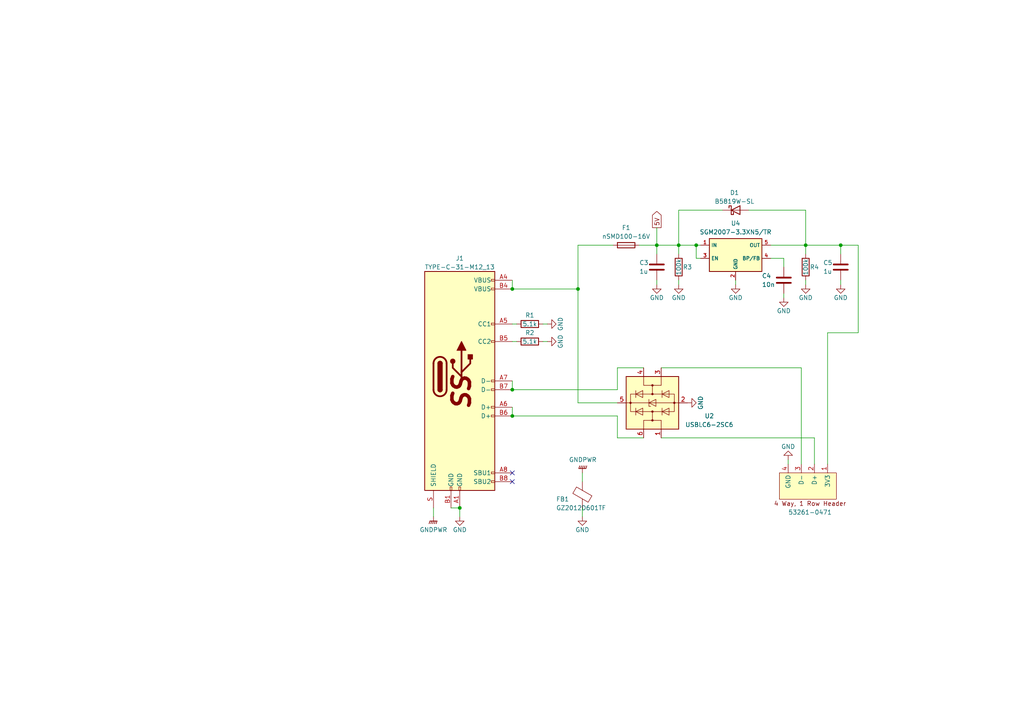
<source format=kicad_sch>
(kicad_sch (version 20230121) (generator eeschema)
  (paper "A4")
  (lib_symbols
    (symbol "Device:C" (pin_numbers hide) (pin_names (offset 0.254))
      (property "Reference" "C" (at 0.635 2.54 0))
      (property "Value" "C" (at 0.635 -2.54 0))
      (symbol "C_0_1"
        (polyline (pts (xy -2.032 -0.762) (xy 2.032 -0.762)) (stroke (width 0.508)))
        (polyline (pts (xy -2.032 0.762) (xy 2.032 0.762)) (stroke (width 0.508)))
      )
      (symbol "C_1_1"
        (pin passive line (at 0 3.81 270) (length 2.794) (name "~") (number "1"))
        (pin passive line (at 0 -3.81 90) (length 2.794) (name "~") (number "2"))
      )
    )
    (symbol "Device:D_Schottky" (pin_numbers hide) (pin_names (offset 1.016) hide)
      (property "Reference" "D" (at 0 2.54 0))
      (property "Value" "D_Schottky" (at 0 -2.54 0))
      (symbol "D_Schottky_0_1"
        (polyline (pts (xy 1.27 0) (xy -1.27 0)))
        (polyline (pts (xy 1.27 1.27) (xy 1.27 -1.27) (xy -1.27 0) (xy 1.27 1.27)) (stroke (width 0.254)))
        (polyline (pts (xy -1.905 0.635) (xy -1.905 1.27) (xy -1.27 1.27) (xy -1.27 -1.27) (xy -0.635 -1.27) (xy -0.635 -0.635)) (stroke (width 0.254)))
      )
      (symbol "D_Schottky_1_1"
        (pin passive line (at -3.81 0 0) (length 2.54) (name "K") (number "1"))
        (pin passive line (at 3.81 0 180) (length 2.54) (name "A") (number "2"))
      )
    )
    (symbol "Device:FerriteBead" (pin_numbers hide) (pin_names (offset 0))
      (property "Reference" "FB" (at -3.81 0.635 90))
      (property "Value" "FerriteBead" (at 3.81 0 90))
      (symbol "FerriteBead_0_1"
        (polyline (pts (xy 0 -1.27) (xy 0 -1.2192)))
        (polyline (pts (xy 0 1.27) (xy 0 1.2954)))
        (polyline (pts (xy -2.7686 0.4064) (xy -1.7018 2.2606) (xy 2.7686 -0.3048) (xy 1.6764 -2.159) (xy -2.7686 0.4064)))
      )
      (symbol "FerriteBead_1_1"
        (pin passive line (at 0 3.81 270) (length 2.54) (name "~") (number "1"))
        (pin passive line (at 0 -3.81 90) (length 2.54) (name "~") (number "2"))
      )
    )
    (symbol "Device:Fuse" (pin_numbers hide) (pin_names (offset 0))
      (property "Reference" "F" (at 2.032 0 90))
      (property "Value" "Fuse" (at -1.905 0 90))
      (symbol "Fuse_0_1"
        (rectangle (start -0.762 -2.54) (end 0.762 2.54) (stroke (width 0.254)))
        (polyline (pts (xy 0 2.54) (xy 0 -2.54)))
      )
      (symbol "Fuse_1_1"
        (pin passive line (at 0 3.81 270) (length 1.27) (name "~") (number "1"))
        (pin passive line (at 0 -3.81 90) (length 1.27) (name "~") (number "2"))
      )
    )
    (symbol "Device:R" (pin_numbers hide) (pin_names (offset 0))
      (property "Reference" "R" (at 2.032 0 90))
      (property "Value" "R" (at 0 0 90))
      (symbol "R_0_1"
        (rectangle (start -1.016 -2.54) (end 1.016 2.54) (stroke (width 0.254)))
      )
      (symbol "R_1_1"
        (pin passive line (at 0 3.81 270) (length 1.27) (name "~") (number "1"))
        (pin passive line (at 0 -3.81 90) (length 1.27) (name "~") (number "2"))
      )
    )
    (symbol "Power_Protection:USBLC6-2SC6" (pin_names hide)
      (property "Reference" "U" (at 2.54 8.89 0))
      (property "Value" "USBLC6-2SC6" (at 2.54 -8.89 0))
      (symbol "USBLC6-2SC6_0_1"
        (rectangle (start -7.62 -7.62) (end 7.62 7.62) (stroke (width 0.254)) (fill (type background)))
        (circle (center -5.08 0) (radius 0.254) (fill (type outline)))
        (circle (center -2.54 0) (radius 0.254) (fill (type outline)))
        (rectangle (start -2.54 6.35) (end 2.54 -6.35))
        (circle (center 0 -6.35) (radius 0.254) (fill (type outline)))
        (polyline (pts (xy -5.08 -2.54) (xy -7.62 -2.54)))
        (polyline (pts (xy -5.08 0) (xy -5.08 -2.54)))
        (polyline (pts (xy -5.08 2.54) (xy -7.62 2.54)))
        (polyline (pts (xy -1.524 -2.794) (xy -3.556 -2.794)))
        (polyline (pts (xy -1.524 4.826) (xy -3.556 4.826)))
        (polyline (pts (xy 0 -7.62) (xy 0 -6.35)))
        (polyline (pts (xy 0 -6.35) (xy 0 1.27)))
        (polyline (pts (xy 0 1.27) (xy 0 6.35)))
        (polyline (pts (xy 0 6.35) (xy 0 7.62)))
        (polyline (pts (xy 1.524 -2.794) (xy 3.556 -2.794)))
        (polyline (pts (xy 1.524 4.826) (xy 3.556 4.826)))
        (polyline (pts (xy 5.08 -2.54) (xy 7.62 -2.54)))
        (polyline (pts (xy 5.08 0) (xy 5.08 -2.54)))
        (polyline (pts (xy 5.08 2.54) (xy 7.62 2.54)))
        (polyline (pts (xy -2.54 0) (xy -5.08 0) (xy -5.08 2.54)))
        (polyline (pts (xy 2.54 0) (xy 5.08 0) (xy 5.08 2.54)))
        (polyline (pts (xy -3.556 -4.826) (xy -1.524 -4.826) (xy -2.54 -2.794) (xy -3.556 -4.826)))
        (polyline (pts (xy -3.556 2.794) (xy -1.524 2.794) (xy -2.54 4.826) (xy -3.556 2.794)))
        (polyline (pts (xy -1.016 -1.016) (xy 1.016 -1.016) (xy 0 1.016) (xy -1.016 -1.016)))
        (polyline (pts (xy 1.016 1.016) (xy 0.762 1.016) (xy -1.016 1.016) (xy -1.016 0.508)))
        (polyline (pts (xy 3.556 -4.826) (xy 1.524 -4.826) (xy 2.54 -2.794) (xy 3.556 -4.826)))
        (polyline (pts (xy 3.556 2.794) (xy 1.524 2.794) (xy 2.54 4.826) (xy 3.556 2.794)))
        (circle (center 0 6.35) (radius 0.254) (fill (type outline)))
        (circle (center 2.54 0) (radius 0.254) (fill (type outline)))
        (circle (center 5.08 0) (radius 0.254) (fill (type outline)))
      )
      (symbol "USBLC6-2SC6_1_1"
        (pin passive line (at -10.16 -2.54 0) (length 2.54) (name "I/O1") (number "1"))
        (pin passive line (at 0 -10.16 90) (length 2.54) (name "GND") (number "2"))
        (pin passive line (at 10.16 -2.54 180) (length 2.54) (name "I/O2") (number "3"))
        (pin passive line (at 10.16 2.54 180) (length 2.54) (name "I/O2") (number "4"))
        (pin passive line (at 0 10.16 270) (length 2.54) (name "VBUS") (number "5"))
        (pin passive line (at -10.16 2.54 0) (length 2.54) (name "I/O1") (number "6"))
      )
    )
    (symbol "acheron_Symbols:SGM2036"
      (property "Reference" "U" (at 0 10.16 0))
      (property "Value" "SGM2036" (at 0 7.62 0))
      (symbol "SGM2036_0_1"
        (rectangle (start -7.62 4.445) (end 7.62 -5.08) (stroke (width 0.254)) (fill (type background)))
      )
      (symbol "SGM2036_1_1"
        (pin power_in line (at -10.16 2.54 0) (length 2.54) (name "IN") (number "1"))
        (pin power_in line (at 0 -7.62 90) (length 2.54) (name "GND") (number "2"))
        (pin input line (at -10.16 -1.27 0) (length 2.54) (name "EN") (number "3"))
        (pin passive line (at 10.16 -1.27 180) (length 2.54) (name "BP/FB") (number "4"))
        (pin power_out line (at 10.16 2.54 180) (length 2.54) (name "OUT") (number "5"))
      )
    )
    (symbol "acheron_Symbols:TYPE-C-31-M12_13" (pin_names (offset 1.016))
      (property "Reference" "J" (at -1.27 35.56 0))
      (property "Value" "TYPE-C-31-M12_13" (at 10.16 33.02 0))
      (symbol "TYPE-C-31-M12_13_0_0"
        (rectangle (start -0.254 -31.75) (end 0.254 -30.734))
        (rectangle (start 10.16 -28.956) (end 9.144 -29.464))
        (rectangle (start 10.16 -26.416) (end 9.144 -26.924))
        (rectangle (start 10.16 -9.906) (end 9.144 -10.414))
        (rectangle (start 10.16 -7.366) (end 9.144 -7.874))
        (rectangle (start 10.16 -2.286) (end 9.144 -2.794))
        (rectangle (start 10.16 0.254) (end 9.144 -0.254))
        (rectangle (start 10.16 11.684) (end 9.144 11.176))
        (rectangle (start 10.16 16.764) (end 9.144 16.256))
        (rectangle (start 10.16 29.464) (end 9.144 28.956))
        (text "SS" (at 0.508 -3.175 900) (effects (font (size 5.08 5.08) bold italic)))
      )
      (symbol "TYPE-C-31-M12_13_0_1"
        (rectangle (start -10.16 31.75) (end 10.16 -31.75) (stroke (width 0.254)) (fill (type background)))
        (arc (start -7.62 -2.54) (mid -5.715 -4.4367) (end -3.81 -2.54) (stroke (width 0.508)))
        (arc (start -6.35 -2.54) (mid -5.715 -3.1723) (end -5.08 -2.54) (stroke (width 0.254)))
        (arc (start -6.35 -2.54) (mid -5.715 -3.1723) (end -5.08 -2.54) (stroke (width 0.254)) (fill (type outline)))
        (rectangle (start -6.35 -2.54) (end -5.08 5.08) (stroke (width 0.254)) (fill (type outline)))
        (arc (start -5.08 5.08) (mid -5.715 5.7123) (end -6.35 5.08) (stroke (width 0.254)))
        (arc (start -5.08 5.08) (mid -5.715 5.7123) (end -6.35 5.08) (stroke (width 0.254)) (fill (type outline)))
        (arc (start -3.81 5.08) (mid -5.715 6.9767) (end -7.62 5.08) (stroke (width 0.508)))
        (circle (center -2.032 5.715) (radius 0.635) (stroke (width 0.254)) (fill (type outline)))
        (polyline (pts (xy -7.62 -2.54) (xy -7.62 5.08)) (stroke (width 0.508)))
        (polyline (pts (xy -3.81 5.08) (xy -3.81 -2.54)) (stroke (width 0.508)))
        (polyline (pts (xy 0.508 0) (xy 0.508 8.89)) (stroke (width 0.508)))
        (polyline (pts (xy 0.508 1.27) (xy -2.032 3.81) (xy -2.032 5.08)) (stroke (width 0.508)))
        (polyline (pts (xy 0.508 2.54) (xy 3.048 5.08) (xy 3.048 6.35)) (stroke (width 0.508)))
        (polyline (pts (xy -0.762 8.89) (xy 0.508 11.43) (xy 1.778 8.89) (xy -0.762 8.89)) (stroke (width 0.254)) (fill (type outline)))
        (rectangle (start 2.413 6.35) (end 3.683 7.62) (stroke (width 0.254)) (fill (type outline)))
      )
      (symbol "TYPE-C-31-M12_13_1_1"
        (rectangle (start -2.794 -31.75) (end -2.286 -30.734))
        (rectangle (start 10.16 26.924) (end 9.144 26.416))
        (pin power_out line (at 0 -36.83 90) (length 5.08) (name "GND") (number "A1"))
        (pin power_out line (at 15.24 29.21 180) (length 5.08) (name "VBUS") (number "A4"))
        (pin bidirectional line (at 15.24 16.51 180) (length 5.08) (name "CC1") (number "A5"))
        (pin bidirectional line (at 15.24 -7.62 180) (length 5.08) (name "D+") (number "A6"))
        (pin bidirectional line (at 15.24 0 180) (length 5.08) (name "D-") (number "A7"))
        (pin bidirectional line (at 15.24 -26.67 180) (length 5.08) (name "SBU1") (number "A8"))
        (pin power_out line (at -2.54 -36.83 90) (length 5.08) (name "GND") (number "B1"))
        (pin power_out line (at 15.24 26.67 180) (length 5.08) (name "VBUS") (number "B4"))
        (pin bidirectional line (at 15.24 11.43 180) (length 5.08) (name "CC2") (number "B5"))
        (pin bidirectional line (at 15.24 -10.16 180) (length 5.08) (name "D+") (number "B6"))
        (pin bidirectional line (at 15.24 -2.54 180) (length 5.08) (name "D-") (number "B7"))
        (pin bidirectional line (at 15.24 -29.21 180) (length 5.08) (name "SBU2") (number "B8"))
        (pin passive line (at -7.62 -36.83 90) (length 5.08) (name "SHIELD") (number "S"))
      )
    )
    (symbol "legshark_symbols:Header_4_Way,_1_Row"
      (property "Value" "53261-0471" (at 7.62 0 90))
      (symbol "Header_4_Way,_1_Row_1_1"
        (rectangle (start -3.81 7.62) (end 3.81 -8.89) (fill (type background)))
        (text "4 Way, 1 Row Header" (at 5.08 0 900) (effects (font (size 1.27 1.27))))
        (pin bidirectional line (at -6.35 5.08 0) (length 2.54) (name "3V3") (number "1"))
        (pin bidirectional line (at -6.35 1.27 0) (length 2.54) (name "D+") (number "2"))
        (pin bidirectional line (at -6.35 -2.54 0) (length 2.54) (name "D-") (number "3"))
        (pin bidirectional line (at -6.35 -6.35 0) (length 2.54) (name "GND") (number "4"))
      )
    )
    (symbol "power:GND" (power) (pin_names (offset 0))
      (property "Value" "GND" (at 0 -3.81 0))
      (symbol "GND_0_1"
        (polyline (pts (xy 0 0) (xy 0 -1.27) (xy 1.27 -1.27) (xy 0 -2.54) (xy -1.27 -1.27) (xy 0 -1.27)))
      )
      (symbol "GND_1_1"
        (pin power_in line (at 0 0 270) (length 0) hide (name "GND") (number "1"))
      )
    )
    (symbol "power:GNDPWR" (power) (pin_names (offset 0))
      (property "Value" "GNDPWR" (at 0 -3.302 0))
      (symbol "GNDPWR_0_1"
        (polyline (pts (xy 0 -1.27) (xy 0 0)))
        (polyline (pts (xy -1.016 -1.27) (xy -1.27 -2.032) (xy -1.27 -2.032)) (stroke (width 0.2032)))
        (polyline (pts (xy -0.508 -1.27) (xy -0.762 -2.032) (xy -0.762 -2.032)) (stroke (width 0.2032)))
        (polyline (pts (xy 0 -1.27) (xy -0.254 -2.032) (xy -0.254 -2.032)) (stroke (width 0.2032)))
        (polyline (pts (xy 0.508 -1.27) (xy 0.254 -2.032) (xy 0.254 -2.032)) (stroke (width 0.2032)))
        (polyline (pts (xy 1.016 -1.27) (xy -1.016 -1.27) (xy -1.016 -1.27)) (stroke (width 0.2032)))
        (polyline (pts (xy 1.016 -1.27) (xy 0.762 -2.032) (xy 0.762 -2.032) (xy 0.762 -2.032)) (stroke (width 0.2032)))
      )
      (symbol "GNDPWR_1_1"
        (pin power_in line (at 0 0 270) (length 0) hide (name "GNDPWR") (number "1"))
      )
    )
  )
  (junction (at 233.68 71.12))
  (junction (at 133.35 147.32))
  (junction (at 148.59 113.03))
  (junction (at 148.59 120.65))
  (junction (at 201.93 71.12))
  (junction (at 148.59 83.82))
  (junction (at 190.5 71.12))
  (junction (at 196.85 71.12))
  (junction (at 167.64 83.82))
  (junction (at 243.84 71.12))
  (no_connect (at 148.59 139.7))
  (no_connect (at 148.59 137.16))
  (wire (pts (xy 149.86 99.06) (xy 148.59 99.06)))
  (wire (pts (xy 243.84 71.12) (xy 243.84 73.66)))
  (wire (pts (xy 167.64 71.12) (xy 167.64 83.82)))
  (wire (pts (xy 233.68 71.12) (xy 243.84 71.12)))
  (wire (pts (xy 196.85 71.12) (xy 201.93 71.12)))
  (wire (pts (xy 236.22 134.62) (xy 236.22 127)))
  (wire (pts (xy 148.59 120.65) (xy 179.07 120.65)))
  (wire (pts (xy 158.75 93.98) (xy 157.48 93.98)))
  (wire (pts (xy 148.59 83.82) (xy 167.64 83.82)))
  (wire (pts (xy 240.03 134.62) (xy 240.03 96.52)))
  (wire (pts (xy 223.52 74.93) (xy 227.33 74.93)))
  (wire (pts (xy 201.93 74.93) (xy 203.2 74.93)))
  (wire (pts (xy 190.5 82.55) (xy 190.5 81.28)))
  (wire (pts (xy 213.36 81.28) (xy 213.36 82.55)))
  (wire (pts (xy 201.93 71.12) (xy 203.2 71.12)))
  (wire (pts (xy 148.59 118.11) (xy 148.59 120.65)))
  (wire (pts (xy 196.85 71.12) (xy 196.85 73.66)))
  (wire (pts (xy 243.84 82.55) (xy 243.84 81.28)))
  (wire (pts (xy 227.33 74.93) (xy 227.33 77.47)))
  (wire (pts (xy 167.64 116.84) (xy 179.07 116.84)))
  (wire (pts (xy 190.5 71.12) (xy 190.5 73.66)))
  (wire (pts (xy 196.85 82.55) (xy 196.85 81.28)))
  (wire (pts (xy 168.91 137.16) (xy 168.91 139.7)))
  (wire (pts (xy 148.59 81.28) (xy 148.59 83.82)))
  (wire (pts (xy 228.6 133.35) (xy 228.6 134.62)))
  (wire (pts (xy 233.68 82.55) (xy 233.68 81.28)))
  (wire (pts (xy 148.59 113.03) (xy 179.07 113.03)))
  (wire (pts (xy 236.22 127) (xy 191.77 127)))
  (wire (pts (xy 179.07 127) (xy 186.69 127)))
  (wire (pts (xy 179.07 113.03) (xy 179.07 106.68)))
  (wire (pts (xy 233.68 71.12) (xy 233.68 60.96)))
  (wire (pts (xy 243.84 71.12) (xy 248.92 71.12)))
  (wire (pts (xy 167.64 71.12) (xy 177.8 71.12)))
  (wire (pts (xy 196.85 71.12) (xy 196.85 60.96)))
  (wire (pts (xy 223.52 71.12) (xy 233.68 71.12)))
  (wire (pts (xy 185.42 71.12) (xy 190.5 71.12)))
  (wire (pts (xy 168.91 147.32) (xy 168.91 149.86)))
  (wire (pts (xy 167.64 83.82) (xy 167.64 116.84)))
  (wire (pts (xy 227.33 86.36) (xy 227.33 85.09)))
  (wire (pts (xy 240.03 96.52) (xy 248.92 96.52)))
  (wire (pts (xy 179.07 106.68) (xy 186.69 106.68)))
  (wire (pts (xy 248.92 96.52) (xy 248.92 71.12)))
  (wire (pts (xy 158.75 99.06) (xy 157.48 99.06)))
  (wire (pts (xy 232.41 106.68) (xy 232.41 134.62)))
  (wire (pts (xy 217.17 60.96) (xy 233.68 60.96)))
  (wire (pts (xy 190.5 71.12) (xy 196.85 71.12)))
  (wire (pts (xy 179.07 120.65) (xy 179.07 127)))
  (wire (pts (xy 125.73 149.86) (xy 125.73 147.32)))
  (wire (pts (xy 133.35 147.32) (xy 133.35 149.86)))
  (wire (pts (xy 191.77 106.68) (xy 232.41 106.68)))
  (wire (pts (xy 233.68 71.12) (xy 233.68 73.66)))
  (wire (pts (xy 201.93 71.12) (xy 201.93 74.93)))
  (wire (pts (xy 190.5 66.04) (xy 190.5 71.12)))
  (wire (pts (xy 149.86 93.98) (xy 148.59 93.98)))
  (wire (pts (xy 196.85 60.96) (xy 209.55 60.96)))
  (wire (pts (xy 148.59 110.49) (xy 148.59 113.03)))
  (wire (pts (xy 130.81 147.32) (xy 133.35 147.32)))
  (global_label "5V" (shape output) (at 190.5 66.04 90) (property "Intersheetrefs" "${INTERSHEET_REFS}" (effects hide)))
  (symbol (lib_id "power:GND") (at 196.85 82.55 0) (unit 1)
    (property "Reference" "#PWR0108" (effects hide))
    (property "Value" "GND" (at 196.85 86.36 0))
  )
  (symbol (lib_id "power:GND") (at 190.5 82.55 0) (unit 1)
    (property "Reference" "#PWR0113" (effects hide))
    (property "Value" "GND" (at 190.5 86.36 0))
  )
  (symbol (lib_id "Device:R") (at 233.68 77.47 180) (unit 1)
    (property "Reference" "R4" (at 236.22 77.47 0))
    (property "Value" "100k" (at 233.68 77.47 90))
    (property "Footprint" "Resistor_SMD:R_0603_1608Metric" (effects hide))
  )
  (symbol (lib_id "power:GNDPWR") (at 125.73 149.86 0) (unit 1)
    (property "Reference" "#PWR01" (effects hide))
    (property "Value" "GNDPWR" (at 125.73 153.67 0))
  )
  (symbol (lib_id "Device:Fuse") (at 181.61 71.12 90) (unit 1)
    (property "Reference" "F1" (at 181.61 66.04 90))
    (property "Value" "nSMD100-16V" (at 181.61 68.58 90))
    (property "Footprint" "Fuse:Fuse_1206_3216Metric" (effects hide))
  )
  (symbol (lib_id "power:GND") (at 228.6 133.35 180) (unit 1)
    (property "Reference" "#PWR0105" (effects hide))
    (property "Value" "GND" (at 228.6 129.54 0))
  )
  (symbol (lib_id "Device:R") (at 196.85 77.47 180) (unit 1)
    (property "Reference" "R3" (at 199.39 77.47 0))
    (property "Value" "100k" (at 196.85 77.47 90))
    (property "Footprint" "Resistor_SMD:R_0603_1608Metric" (effects hide))
  )
  (symbol (lib_id "power:GND") (at 213.36 82.55 0) (unit 1)
    (property "Reference" "#PWR0112" (effects hide))
    (property "Value" "GND" (at 213.36 86.36 0))
  )
  (symbol (lib_id "Device:D_Schottky") (at 213.36 60.96 0) (unit 1)
    (property "Reference" "D1" (at 213.0425 55.88 0))
    (property "Value" "B5819W-SL" (at 213.0425 58.42 0))
    (property "Footprint" "Diode_SMD:D_SOD-123" (effects hide))
  )
  (symbol (lib_id "power:GND") (at 243.84 82.55 0) (unit 1)
    (property "Reference" "#PWR0110" (effects hide))
    (property "Value" "GND" (at 243.84 86.36 0))
  )
  (symbol (lib_id "Device:C") (at 243.84 77.47 0) (unit 1)
    (property "Reference" "C5" (at 238.76 76.2 0) (effects (justify left)))
    (property "Value" "1u" (at 238.76 78.74 0) (effects (justify left)))
    (property "Footprint" "Capacitor_SMD:C_0603_1608Metric_Pad1.08x0.95mm_HandSolder" (effects hide))
  )
  (symbol (lib_id "Power_Protection:USBLC6-2SC6") (at 189.23 116.84 90) (unit 1)
    (property "Reference" "U2" (at 205.74 120.65 90))
    (property "Value" "USBLC6-2SC6" (at 205.74 123.19 90))
    (property "Footprint" "acheron_Components:SOT-23-6" (effects hide))
    (property "Datasheet" "https://www.st.com/resource/en/datasheet/usblc6-2.pdf" (effects hide))
  )
  (symbol (lib_id "Device:R") (at 153.67 93.98 90) (unit 1)
    (property "Reference" "R1" (at 153.67 91.44 90))
    (property "Value" "5.1k" (at 153.67 93.98 90))
    (property "Footprint" "Resistor_SMD:R_0603_1608Metric" (effects hide))
  )
  (symbol (lib_id "acheron_Symbols:SGM2036") (at 213.36 73.66 0) (unit 1)
    (property "Reference" "U4" (at 213.36 64.77 0))
    (property "Value" "SGM2007-3.3XN5/TR" (at 213.36 67.31 0))
    (property "Footprint" "acheron_Components:SOT-23-5" (effects hide))
    (property "Datasheet" "https://datasheet.lcsc.com/lcsc/1810010521_SGMICRO-SGM2036-3-3YN5G-TR_C92402.pdf" (effects hide))
  )
  (symbol (lib_id "power:GND") (at 168.91 149.86 0) (unit 1)
    (property "Reference" "#PWR0104" (effects hide))
    (property "Value" "GND" (at 168.91 153.67 0))
  )
  (symbol (lib_id "power:GND") (at 199.39 116.84 90) (unit 1)
    (property "Reference" "#PWR0102" (effects hide))
    (property "Value" "GND" (at 203.2 116.84 0))
  )
  (symbol (lib_id "legshark_symbols:Header_4_Way,_1_Row") (at 234.95 140.97 270) (unit 1)
    (property "Reference" "T1" (effects hide))
    (property "Value" "53261-0471" (at 234.95 148.59 90))
    (property "Footprint" "Legshark:Molex, PicoBlade, 53261, 4 Way, 1 Row, Right Angle PCB Header" (effects hide))
    (property "Datasheet" "https://docs.rs-online.com/4dcc/0900766b8150e34b.pdf" (effects hide))
  )
  (symbol (lib_id "power:GND") (at 158.75 99.06 90) (unit 1)
    (property "Reference" "#PWR0101" (effects hide))
    (property "Value" "GND" (at 162.56 99.06 0))
  )
  (symbol (lib_id "Device:FerriteBead") (at 168.91 143.51 0) (unit 1)
    (property "Reference" "FB1" (at 161.29 144.78 0) (effects (justify left)))
    (property "Value" "GZ2012D601TF" (at 161.29 147.32 0) (effects (justify left)))
    (property "Footprint" "Inductor_SMD:L_0805_2012Metric_Pad1.05x1.20mm_HandSolder" (effects hide))
  )
  (symbol (lib_id "power:GND") (at 133.35 149.86 0) (unit 1)
    (property "Reference" "#PWR0103" (effects hide))
    (property "Value" "GND" (at 133.35 153.67 0))
  )
  (symbol (lib_id "Device:C") (at 190.5 77.47 0) (unit 1)
    (property "Reference" "C3" (at 185.42 76.2 0) (effects (justify left)))
    (property "Value" "1u" (at 185.42 78.74 0) (effects (justify left)))
    (property "Footprint" "Capacitor_SMD:C_0603_1608Metric_Pad1.08x0.95mm_HandSolder" (effects hide))
  )
  (symbol (lib_id "power:GND") (at 227.33 86.36 0) (unit 1)
    (property "Reference" "#PWR0111" (effects hide))
    (property "Value" "GND" (at 227.33 90.17 0))
  )
  (symbol (lib_id "Device:C") (at 227.33 81.28 0) (unit 1)
    (property "Reference" "C4" (at 220.98 80.01 0) (effects (justify left)))
    (property "Value" "10n" (at 220.98 82.55 0) (effects (justify left)))
    (property "Footprint" "Capacitor_SMD:C_0603_1608Metric_Pad1.08x0.95mm_HandSolder" (effects hide))
  )
  (symbol (lib_id "Device:R") (at 153.67 99.06 90) (unit 1)
    (property "Reference" "R2" (at 153.67 96.52 90))
    (property "Value" "5.1k" (at 153.67 99.06 90))
    (property "Footprint" "Resistor_SMD:R_0603_1608Metric" (effects hide))
  )
  (symbol (lib_id "acheron_Symbols:TYPE-C-31-M12_13") (at 133.35 110.49 0) (unit 1)
    (property "Reference" "J1" (at 133.35 74.93 0))
    (property "Value" "TYPE-C-31-M12_13" (at 133.35 77.47 0))
    (property "Footprint" "acheron_Connectors:TYPE-C-31-M-12" (effects hide))
  )
  (symbol (lib_id "power:GNDPWR") (at 168.91 137.16 180) (unit 1)
    (property "Reference" "#PWR05" (effects hide))
    (property "Value" "GNDPWR" (at 169.037 133.35 0))
  )
  (symbol (lib_id "power:GND") (at 233.68 82.55 0) (unit 1)
    (property "Reference" "#PWR0109" (effects hide))
    (property "Value" "GND" (at 233.68 86.36 0))
  )
  (symbol (lib_id "power:GND") (at 158.75 93.98 90) (unit 1)
    (property "Reference" "#PWR0114" (effects hide))
    (property "Value" "GND" (at 162.56 93.98 0))
  )
)
</source>
